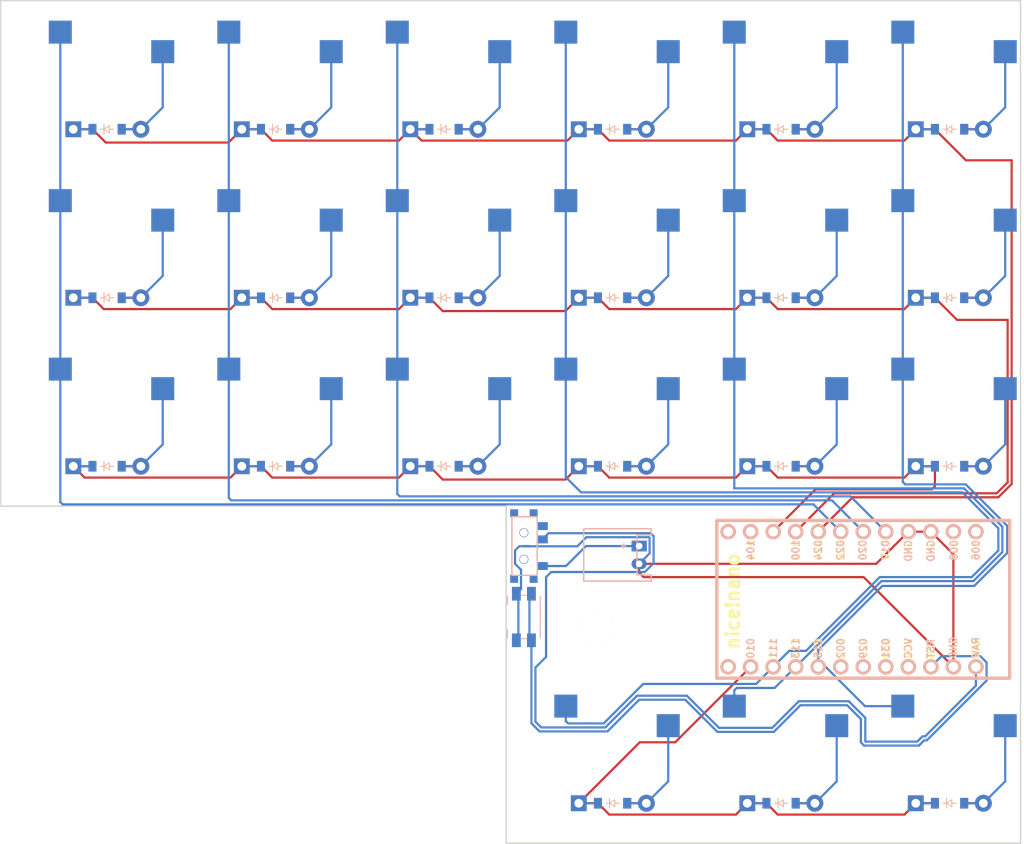
<source format=kicad_pcb>
(kicad_pcb (version 20241229) (generator "pcbnew") (generator_version "9.0")
  (title_block (title "left") (rev "v1.0.0") (company "Unknown"))
  (layers (0 "F.Cu" signal) (2 "B.Cu" signal) (13 "F.Paste" user) (15 "B.Paste" user) (5 "F.SilkS" user "F.Silkscreen") (7 "B.SilkS" user "B.Silkscreen") (1 "F.Mask" user) (3 "B.Mask" user) (25 "Edge.Cuts" user))
  (net 0 "")
  (net 1 "P022")
  (net 2 "outer_bottom")
  (net 3 "outer_home")
  (net 4 "outer_top")
  (net 5 "P020")
  (net 6 "pinky_bottom")
  (net 7 "pinky_home")
  (net 8 "pinky_top")
  (net 9 "P017")
  (net 10 "ring_bottom")
  (net 11 "ring_home")
  (net 12 "ring_top")
  (net 13 "P111")
  (net 14 "middle_thumb")
  (net 15 "middle_bottom")
  (net 16 "middle_home")
  (net 17 "middle_top")
  (net 18 "P113")
  (net 19 "index_thumb")
  (net 20 "index_bottom")
  (net 21 "index_home")
  (net 22 "index_top")
  (net 23 "P115")
  (net 24 "inner_thumb")
  (net 25 "inner_bottom")
  (net 26 "inner_home")
  (net 27 "inner_top")
  (net 28 "P011")
  (net 29 "P100")
  (net 30 "P024")
  (net 31 "P010")
  (net 32 "RAW")
  (net 33 "GND")
  (net 34 "RST")
  (net 35 "VCC")
  (net 36 "P031")
  (net 37 "P029")
  (net 38 "P002")
  (net 39 "P009")
  (net 40 "P006")
  (net 41 "P008")
  (net 42 "P104")
  (net 43 "P106")
  (net 44 "pos")
  (footprint "E73:SPDT_C128955" (layer "F.Cu") (at 149 126 90)
    (property "Reference" "T1" (hide yes))
    (property "Value" "" (hide yes))
  )
  (footprint "PG1350" (layer "F.Cu") (at 176 74)
    (property "Reference" "S17" (hide yes))
    (property "Value" "" (hide yes))
  )
  (footprint "ComboDiode" (layer "F.Cu") (at 102 117)
    (property "Reference" "D1" (hide yes))
    (property "Value" "" (hide yes))
  )
  (footprint "ComboDiode" (layer "F.Cu") (at 197 98)
    (property "Reference" "D20" (hide yes))
    (property "Value" "" (hide yes))
  )
  (footprint "PG1350" (layer "F.Cu") (at 119 74)
    (property "Reference" "S6" (hide yes))
    (property "Value" "" (hide yes))
  )
  (footprint "PG1350" (layer "F.Cu") (at 195 150)
    (property "Reference" "S18" (hide yes))
    (property "Value" "" (hide yes))
  )
  (footprint "PG1350" (layer "F.Cu") (at 100 112)
    (property "Reference" "S1" (hide yes))
    (property "Value" "" (hide yes))
  )
  (footprint "ComboDiode" (layer "F.Cu") (at 197 117)
    (property "Reference" "D19" (hide yes))
    (property "Value" "" (hide yes))
  )
  (footprint "PG1350" (layer "F.Cu") (at 176 93)
    (property "Reference" "S16" (hide yes))
    (property "Value" "" (hide yes))
  )
  (footprint "Panasonic_EVQPUL_EVQPUC" (layer "F.Cu") (at 149 134 90)
    (property "Reference" "B1" (hide yes))
    (property "Value" "Panasonic_EVQPUL_EVQPUC" (hide yes))
  )
  (footprint "PG1350" (layer "F.Cu") (at 157 93)
    (property "Reference" "S12" (hide yes))
    (property "Value" "" (hide yes))
  )
  (footprint "ComboDiode" (layer "F.Cu") (at 102 79)
    (property "Reference" "D3" (hide yes))
    (property "Value" "" (hide yes))
  )
  (footprint "HOLE_M2_TH" (layer "F.Cu") (at 157 135)
    (property "Reference" "")
    (property "Value" "")
  )
  (footprint "ComboDiode" (layer "F.Cu") (at 102 98)
    (property "Reference" "D2" (hide yes))
    (property "Value" "" (hide yes))
  )
  (footprint "ComboDiode" (layer "F.Cu") (at 140 79)
    (property "Reference" "D9" (hide yes))
    (property "Value" "" (hide yes))
  )
  (footprint "ComboDiode" (layer "F.Cu") (at 159 155)
    (property "Reference" "D10" (hide yes))
    (property "Value" "" (hide yes))
  )
  (footprint "ComboDiode" (layer "F.Cu") (at 140 117)
    (property "Reference" "D7" (hide yes))
    (property "Value" "" (hide yes))
  )
  (footprint "PG1350" (layer "F.Cu") (at 138 112)
    (property "Reference" "S7" (hide yes))
    (property "Value" "" (hide yes))
  )
  (footprint "ComboDiode" (layer "F.Cu") (at 121 117)
    (property "Reference" "D4" (hide yes))
    (property "Value" "" (hide yes))
  )
  (footprint "ComboDiode" (layer "F.Cu") (at 159 79)
    (property "Reference" "D13" (hide yes))
    (property "Value" "" (hide yes))
  )
  (footprint "ComboDiode" (layer "F.Cu") (at 178 98)
    (property "Reference" "D16" (hide yes))
    (property "Value" "" (hide yes))
  )
  (footprint "JST_PH_S2B-PH-K_02x2.00mm_Angled" (layer "F.Cu") (at 162 127 -90)
    (property "Reference" "JST1" (hide yes))
    (property "Value" "" (hide yes))
  )
  (footprint "ComboDiode" (layer "F.Cu") (at 197 79)
    (property "Reference" "D21" (hide yes))
    (property "Value" "" (hide yes))
  )
  (footprint "ComboDiode" (layer "F.Cu") (at 159 117)
    (property "Reference" "D11" (hide yes))
    (property "Value" "" (hide yes))
  )
  (footprint "ComboDiode" (layer "F.Cu") (at 140 98)
    (property "Reference" "D8" (hide yes))
    (property "Value" "" (hide yes))
  )
  (footprint "PG1350" (layer "F.Cu") (at 100 93)
    (property "Reference" "S2" (hide yes))
    (property "Value" "" (hide yes))
  )
  (footprint "PG1350" (layer "F.Cu") (at 176 112)
    (property "Reference" "S15" (hide yes))
    (property "Value" "" (hide yes))
  )
  (footprint "PG1350" (layer "F.Cu") (at 100 74)
    (property "Reference" "S3" (hide yes))
    (property "Value" "" (hide yes))
  )
  (footprint "ComboDiode" (layer "F.Cu") (at 197 155)
    (property "Reference" "D18" (hide yes))
    (property "Value" "" (hide yes))
  )
  (footprint "PG1350" (layer "F.Cu") (at 138 74)
    (property "Reference" "S9" (hide yes))
    (property "Value" "" (hide yes))
  )
  (footprint "ComboDiode" (layer "F.Cu") (at 178 79)
    (property "Reference" "D17" (hide yes))
    (property "Value" "" (hide yes))
  )
  (footprint "ComboDiode" (layer "F.Cu") (at 178 117)
    (property "Reference" "D15" (hide yes))
    (property "Value" "" (hide yes))
  )
  (footprint "ComboDiode" (layer "F.Cu") (at 121 98)
    (property "Reference" "D5" (hide yes))
    (property "Value" "" (hide yes))
  )
  (footprint "PG1350" (layer "F.Cu") (at 138 93)
    (property "Reference" "S8" (hide yes))
    (property "Value" "" (hide yes))
  )
  (footprint "PG1350" (layer "F.Cu") (at 157 150)
    (property "Reference" "S10" (hide yes))
    (property "Value" "" (hide yes))
  )
  (footprint "ComboDiode" (layer "F.Cu") (at 178 155)
    (property "Reference" "D14" (hide yes))
    (property "Value" "" (hide yes))
  )
  (footprint "PG1350" (layer "F.Cu") (at 119 112)
    (property "Reference" "S4" (hide yes))
    (property "Value" "" (hide yes))
  )
  (footprint "nice_nano" (layer "F.Cu") (at 186 132 180)
    (property "Reference" "MCU1" (hide yes))
    (property "Value" "nice_nano" (hide yes))
  )
  (footprint "PG1350" (layer "F.Cu") (at 157 74)
    (property "Reference" "S13" (hide yes))
    (property "Value" "" (hide yes))
  )
  (footprint "ComboDiode" (layer "F.Cu") (at 121 79)
    (property "Reference" "D6" (hide yes))
    (property "Value" "" (hide yes))
  )
  (footprint "PG1350" (layer "F.Cu") (at 195 74)
    (property "Reference" "S21" (hide yes))
    (property "Value" "" (hide yes))
  )
  (footprint "PG1350" (layer "F.Cu") (at 195 93)
    (property "Reference" "S20" (hide yes))
    (property "Value" "" (hide yes))
  )
  (footprint "ComboDiode" (layer "F.Cu") (at 159 98)
    (property "Reference" "D12" (hide yes))
    (property "Value" "" (hide yes))
  )
  (footprint "PG1350" (layer "F.Cu") (at 176 150)
    (property "Reference" "S14" (hide yes))
    (property "Value" "" (hide yes))
  )
  (footprint "PG1350" (layer "F.Cu") (at 157 112)
    (property "Reference" "S11" (hide yes))
    (property "Value" "" (hide yes))
  )
  (footprint "PG1350" (layer "F.Cu") (at 195 112)
    (property "Reference" "S19" (hide yes))
    (property "Value" "" (hide yes))
  )
  (footprint "PG1350" (layer "F.Cu") (at 119 93)
    (property "Reference" "S5" (hide yes))
    (property "Value" "" (hide yes))
  )
  (gr_line (start 147 159.5) (end 205 159.5) (stroke (width 0.15)) (layer "Edge.Cuts"))
  (gr_line (start 205 159.5) (end 205 64.5) (stroke (width 0.15)) (layer "Edge.Cuts"))
  (gr_line (start 147 121.5) (end 147 159.5) (stroke (width 0.15)) (layer "Edge.Cuts"))
  (gr_line (start 90 64.5) (end 205 64.5) (stroke (width 0.15)) (layer "Edge.Cuts"))
  (gr_line (start 90 121.5) (end 147 121.5) (stroke (width 0.15)) (layer "Edge.Cuts"))
  (gr_line (start 90 64.5) (end 90 121.5) (stroke (width 0.15)) (layer "Edge.Cuts"))
  (segment (start 181.649 121.299) (end 184.73 124.38) (width 0.25) (layer "B.Cu") (net 1))
  (segment (start 96.725 68.05) (end 96.725 87.05) (width 0.25) (layer "B.Cu") (net 1))
  (segment (start 96.725 121.024) (end 97 121.299) (width 0.25) (layer "B.Cu") (net 1))
  (segment (start 97 121.299) (end 181.649 121.299) (width 0.25) (layer "B.Cu") (net 1))
  (segment (start 96.725 106.05) (end 96.725 121.024) (width 0.25) (layer "B.Cu") (net 1))
  (segment (start 96.725 87.05) (end 96.725 106.05) (width 0.25) (layer "B.Cu") (net 1))
  (segment (start 105.81 117) (end 103.65 117) (width 0.25) (layer "F.Cu") (net 2))
  (segment (start 108.275 108.25) (end 108.275 114.535) (width 0.25) (layer "B.Cu") (net 2))
  (segment (start 108.275 114.535) (end 105.81 117) (width 0.25) (layer "B.Cu") (net 2))
  (segment (start 105.81 117) (end 103.65 117) (width 0.25) (layer "B.Cu") (net 2))
  (segment (start 105.81 98) (end 103.65 98) (width 0.25) (layer "F.Cu") (net 3))
  (segment (start 105.81 98) (end 103.65 98) (width 0.25) (layer "B.Cu") (net 3))
  (segment (start 108.275 95.535) (end 105.81 98) (width 0.25) (layer "B.Cu") (net 3))
  (segment (start 108.275 89.25) (end 108.275 95.535) (width 0.25) (layer "B.Cu") (net 3))
  (segment (start 105.81 79) (end 103.65 79) (width 0.25) (layer "F.Cu") (net 4))
  (segment (start 108.275 76.535) (end 105.81 79) (width 0.25) (layer "B.Cu") (net 4))
  (segment (start 105.81 79) (end 103.65 79) (width 0.25) (layer "B.Cu") (net 4))
  (segment (start 108.275 70.25) (end 108.275 76.535) (width 0.25) (layer "B.Cu") (net 4))
  (segment (start 115.725 120.573) (end 116 120.848) (width 0.25) (layer "B.Cu") (net 5))
  (segment (start 115.725 87.05) (end 115.725 106.05) (width 0.25) (layer "B.Cu") (net 5))
  (segment (start 115.725 68.05) (end 115.725 87.05) (width 0.25) (layer "B.Cu") (net 5))
  (segment (start 116 120.848) (end 183.738 120.848) (width 0.25) (layer "B.Cu") (net 5))
  (segment (start 115.725 106.05) (end 115.725 120.573) (width 0.25) (layer "B.Cu") (net 5))
  (segment (start 183.738 120.848) (end 187.27 124.38) (width 0.25) (layer "B.Cu") (net 5))
  (segment (start 122.65 117) (end 124.81 117) (width 0.25) (layer "F.Cu") (net 6))
  (segment (start 124.81 117) (end 122.65 117) (width 0.25) (layer "B.Cu") (net 6))
  (segment (start 127.275 114.535) (end 124.81 117) (width 0.25) (layer "B.Cu") (net 6))
  (segment (start 127.275 108.25) (end 127.275 114.535) (width 0.25) (layer "B.Cu") (net 6))
  (segment (start 124.81 98) (end 122.65 98) (width 0.25) (layer "F.Cu") (net 7))
  (segment (start 127.275 89.25) (end 127.275 95.535) (width 0.25) (layer "B.Cu") (net 7))
  (segment (start 127.275 95.535) (end 124.81 98) (width 0.25) (layer "B.Cu") (net 7))
  (segment (start 124.81 98) (end 122.65 98) (width 0.25) (layer "B.Cu") (net 7))
  (segment (start 124.81 79) (end 122.65 79) (width 0.25) (layer "F.Cu") (net 8))
  (segment (start 127.275 70.25) (end 127.275 76.535) (width 0.25) (layer "B.Cu") (net 8))
  (segment (start 127.275 76.535) (end 124.81 79) (width 0.25) (layer "B.Cu") (net 8))
  (segment (start 124.81 79) (end 122.65 79) (width 0.25) (layer "B.Cu") (net 8))
  (segment (start 134.725 87.05) (end 134.725 106.05) (width 0.25) (layer "B.Cu") (net 9))
  (segment (start 185.827 120.397) (end 189.81 124.38) (width 0.25) (layer "B.Cu") (net 9))
  (segment (start 134.725 68.05) (end 134.725 87.05) (width 0.25) (layer "B.Cu") (net 9))
  (segment (start 134.725 106.05) (end 134.725 120.122) (width 0.25) (layer "B.Cu") (net 9))
  (segment (start 135 120.397) (end 185.827 120.397) (width 0.25) (layer "B.Cu") (net 9))
  (segment (start 134.725 120.122) (end 135 120.397) (width 0.25) (layer "B.Cu") (net 9))
  (segment (start 141.65 117) (end 143.81 117) (width 0.25) (layer "F.Cu") (net 10))
  (segment (start 143.81 117) (end 141.65 117) (width 0.25) (layer "B.Cu") (net 10))
  (segment (start 146.275 114.535) (end 143.81 117) (width 0.25) (layer "B.Cu") (net 10))
  (segment (start 146.275 108.25) (end 146.275 114.535) (width 0.25) (layer "B.Cu") (net 10))
  (segment (start 143.81 98) (end 141.65 98) (width 0.25) (layer "F.Cu") (net 11))
  (segment (start 146.275 89.25) (end 146.275 95.535) (width 0.25) (layer "B.Cu") (net 11))
  (segment (start 146.275 95.535) (end 143.81 98) (width 0.25) (layer "B.Cu") (net 11))
  (segment (start 143.81 98) (end 141.65 98) (width 0.25) (layer "B.Cu") (net 11))
  (segment (start 143.81 79) (end 141.65 79) (width 0.25) (layer "F.Cu") (net 12))
  (segment (start 146.275 76.535) (end 143.81 79) (width 0.25) (layer "B.Cu") (net 12))
  (segment (start 146.275 70.25) (end 146.275 76.535) (width 0.25) (layer "B.Cu") (net 12))
  (segment (start 143.81 79) (end 141.65 79) (width 0.25) (layer "B.Cu") (net 12))
  (segment (start 153.725 118.225) (end 155.446 119.946) (width 0.25) (layer "B.Cu") (net 13))
  (segment (start 153.725 145.774) (end 153.774 145.774) (width 0.25) (layer "B.Cu") (net 13))
  (segment (start 153.725 144.05) (end 153.725 145.774) (width 0.25) (layer "B.Cu") (net 13))
  (segment (start 153.725 106.05) (end 153.725 118.225) (width 0.25) (layer "B.Cu") (net 13))
  (segment (start 198.446 119.946) (end 202.5 124) (width 0.25) (layer "B.Cu") (net 13))
  (segment (start 153.725 68.05) (end 153.725 87.05) (width 0.25) (layer "B.Cu") (net 13))
  (segment (start 180.816095 137.816095) (end 178.913905 137.816095) (width 0.25) (layer "B.Cu") (net 13))
  (segment (start 202.5 126.5) (end 199.5 129.5) (width 0.25) (layer "B.Cu") (net 13))
  (segment (start 199.5 129.5) (end 189.13219 129.5) (width 0.25) (layer "B.Cu") (net 13))
  (segment (start 189.13219 129.5) (end 180.816095 137.816095) (width 0.25) (layer "B.Cu") (net 13))
  (segment (start 155.446 119.946) (end 198.446 119.946) (width 0.25) (layer "B.Cu") (net 13))
  (segment (start 153.725 87.05) (end 153.725 106.05) (width 0.25) (layer "B.Cu") (net 13))
  (segment (start 162.451 141.549) (end 175.181 141.549) (width 0.25) (layer "B.Cu") (net 13))
  (segment (start 158 146) (end 162.451 141.549) (width 0.25) (layer "B.Cu") (net 13))
  (segment (start 175.181 141.549) (end 177.11 139.62) (width 0.25) (layer "B.Cu") (net 13))
  (segment (start 202.5 124) (end 202.5 126.5) (width 0.25) (layer "B.Cu") (net 13))
  (segment (start 153.774 145.774) (end 154 146) (width 0.25) (layer "B.Cu") (net 13))
  (segment (start 178.913905 137.816095) (end 177.11 139.62) (width 0.25) (layer "B.Cu") (net 13))
  (segment (start 154 146) (end 158 146) (width 0.25) (layer "B.Cu") (net 13))
  (segment (start 160.65 155) (end 162.81 155) (width 0.25) (layer "F.Cu") (net 14))
  (segment (start 165.275 152.535) (end 165.275 146.25) (width 0.25) (layer "B.Cu") (net 14))
  (segment (start 162.81 155) (end 165.275 152.535) (width 0.25) (layer "B.Cu") (net 14))
  (segment (start 160.65 155) (end 162.81 155) (width 0.25) (layer "B.Cu") (net 14))
  (segment (start 160.65 117) (end 162.81 117) (width 0.25) (layer "F.Cu") (net 15))
  (segment (start 162.81 117) (end 160.65 117) (width 0.25) (layer "B.Cu") (net 15))
  (segment (start 165.275 108.25) (end 165.275 114.535) (width 0.25) (layer "B.Cu") (net 15))
  (segment (start 165.275 114.535) (end 162.81 117) (width 0.25) (layer "B.Cu") (net 15))
  (segment (start 162.81 98) (end 160.65 98) (width 0.25) (layer "F.Cu") (net 16))
  (segment (start 165.275 89.25) (end 165.275 95.535) (width 0.25) (layer "B.Cu") (net 16))
  (segment (start 165.275 95.535) (end 162.81 98) (width 0.25) (layer "B.Cu") (net 16))
  (segment (start 162.81 98) (end 160.65 98) (width 0.25) (layer "B.Cu") (net 16))
  (segment (start 162.81 79) (end 160.65 79) (width 0.25) (layer "F.Cu") (net 17))
  (segment (start 162.81 79) (end 160.65 79) (width 0.25) (layer "B.Cu") (net 17))
  (segment (start 165.275 76.535) (end 162.81 79) (width 0.25) (layer "B.Cu") (net 17))
  (segment (start 165.275 70.25) (end 165.275 76.535) (width 0.25) (layer "B.Cu") (net 17))
  (segment (start 177.27 142) (end 179.65 139.62) (width 0.25) (layer "B.Cu") (net 18))
  (segment (start 172.725 106.05) (end 172.725 119.495) (width 0.25) (layer "B.Cu") (net 18))
  (segment (start 198.63281 119.495) (end 202.951 123.81319) (width 0.25) (layer "B.Cu") (net 18))
  (segment (start 172.725 87.05) (end 172.725 106.05) (width 0.25) (layer "B.Cu") (net 18))
  (segment (start 172.725 119.495) (end 198.63281 119.495) (width 0.25) (layer "B.Cu") (net 18))
  (segment (start 172.725 144.05) (end 172.725 142.275) (width 0.25) (layer "B.Cu") (net 18))
  (segment (start 172.725 68.05) (end 172.725 87.05) (width 0.25) (layer "B.Cu") (net 18))
  (segment (start 199.68681 129.951) (end 189.319 129.951) (width 0.25) (layer "B.Cu") (net 18))
  (segment (start 202.951 123.81319) (end 202.951 126.68681) (width 0.25) (layer "B.Cu") (net 18))
  (segment (start 173 142) (end 177.27 142) (width 0.25) (layer "B.Cu") (net 18))
  (segment (start 172.725 142.275) (end 173 142) (width 0.25) (layer "B.Cu") (net 18))
  (segment (start 173.346935 144.05) (end 172.725 144.05) (width 0.25) (layer "B.Cu") (net 18))
  (segment (start 202.951 126.68681) (end 199.68681 129.951) (width 0.25) (layer "B.Cu") (net 18))
  (segment (start 189.319 129.951) (end 179.65 139.62) (width 0.25) (layer "B.Cu") (net 18))
  (segment (start 179.65 155) (end 181.81 155) (width 0.25) (layer "F.Cu") (net 19))
  (segment (start 179.65 155) (end 181.81 155) (width 0.25) (layer "B.Cu") (net 19))
  (segment (start 181.81 155) (end 184.275 152.535) (width 0.25) (layer "B.Cu") (net 19))
  (segment (start 184.275 152.535) (end 184.275 146.25) (width 0.25) (layer "B.Cu") (net 19))
  (segment (start 179.65 117) (end 181.81 117) (width 0.25) (layer "F.Cu") (net 20))
  (segment (start 181.81 117) (end 179.65 117) (width 0.25) (layer "B.Cu") (net 20))
  (segment (start 184.275 108.25) (end 184.275 114.535) (width 0.25) (layer "B.Cu") (net 20))
  (segment (start 184.275 114.535) (end 181.81 117) (width 0.25) (layer "B.Cu") (net 20))
  (segment (start 181.81 98) (end 179.65 98) (width 0.25) (layer "F.Cu") (net 21))
  (segment (start 184.275 89.25) (end 184.275 95.535) (width 0.25) (layer "B.Cu") (net 21))
  (segment (start 181.81 98) (end 179.65 98) (width 0.25) (layer "B.Cu") (net 21))
  (segment (start 184.275 95.535) (end 181.81 98) (width 0.25) (layer "B.Cu") (net 21))
  (segment (start 181.81 79) (end 179.65 79) (width 0.25) (layer "F.Cu") (net 22))
  (segment (start 184.275 70.25) (end 184.275 76.535) (width 0.25) (layer "B.Cu") (net 22))
  (segment (start 184.275 76.535) (end 181.81 79) (width 0.25) (layer "B.Cu") (net 22))
  (segment (start 181.81 79) (end 179.65 79) (width 0.25) (layer "B.Cu") (net 22))
  (segment (start 199.77562 130.5) (end 189.40781 130.5) (width 0.25) (layer "B.Cu") (net 23))
  (segment (start 189.40781 130.5) (end 182.19 137.71781) (width 0.25) (layer "B.Cu") (net 23))
  (segment (start 191.725 87.05) (end 191.725 106.05) (width 0.25) (layer "B.Cu") (net 23))
  (segment (start 191.725 106.05) (end 191.725 118.769) (width 0.25) (layer "B.Cu") (net 23))
  (segment (start 187.459691 144.05) (end 183.029691 139.62) (width 0.25) (layer "B.Cu") (net 23))
  (segment (start 203.5 126.77562) (end 199.77562 130.5) (width 0.25) (layer "B.Cu") (net 23))
  (segment (start 198.81962 119.044) (end 203.5 123.72438) (width 0.25) (layer "B.Cu") (net 23))
  (segment (start 192 119.044) (end 198.81962 119.044) (width 0.25) (layer "B.Cu") (net 23))
  (segment (start 191.725 118.769) (end 192 119.044) (width 0.25) (layer "B.Cu") (net 23))
  (segment (start 182.19 137.71781) (end 182.19 139.62) (width 0.25) (layer "B.Cu") (net 23))
  (segment (start 203.5 123.72438) (end 203.5 126.77562) (width 0.25) (layer "B.Cu") (net 23))
  (segment (start 191.725 144.05) (end 187.459691 144.05) (width 0.25) (layer "B.Cu") (net 23))
  (segment (start 191.725 68.05) (end 191.725 87.05) (width 0.25) (layer "B.Cu") (net 23))
  (segment (start 183.029691 139.62) (end 182.19 139.62) (width 0.25) (layer "B.Cu") (net 23))
  (segment (start 198.65 155) (end 200.81 155) (width 0.25) (layer "F.Cu") (net 24))
  (segment (start 203.275 152.535) (end 200.81 155) (width 0.25) (layer "B.Cu") (net 24))
  (segment (start 200.81 155) (end 198.65 155) (width 0.25) (layer "B.Cu") (net 24))
  (segment (start 203.275 146.25) (end 203.275 152.535) (width 0.25) (layer "B.Cu") (net 24))
  (segment (start 198.65 117) (end 200.81 117) (width 0.25) (layer "F.Cu") (net 25))
  (segment (start 203.275 108.25) (end 203.275 114.535) (width 0.25) (layer "B.Cu") (net 25))
  (segment (start 203.275 114.535) (end 200.81 117) (width 0.25) (layer "B.Cu") (net 25))
  (segment (start 200.81 117) (end 198.65 117) (width 0.25) (layer "B.Cu") (net 25))
  (segment (start 200.81 98) (end 198.65 98) (width 0.25) (layer "F.Cu") (net 26))
  (segment (start 203.275 89.25) (end 203.275 95.535) (width 0.25) (layer "B.Cu") (net 26))
  (segment (start 200.81 98) (end 198.65 98) (width 0.25) (layer "B.Cu") (net 26))
  (segment (start 203.275 95.535) (end 200.81 98) (width 0.25) (layer "B.Cu") (net 26))
  (segment (start 198.65 79) (end 200.81 79) (width 0.25) (layer "F.Cu") (net 27))
  (segment (start 203.275 70.25) (end 203.275 76.535) (width 0.25) (layer "B.Cu") (net 27))
  (segment (start 203.275 76.535) (end 200.81 79) (width 0.25) (layer "B.Cu") (net 27))
  (segment (start 200.81 79) (end 198.65 79) (width 0.25) (layer "B.Cu") (net 27))
  (segment (start 99.4685 118.2785) (end 115.9115 118.2785) (width 0.25) (layer "F.Cu") (net 28))
  (segment (start 139.85 118.5) (end 153.69 118.5) (width 0.25) (layer "F.Cu") (net 28))
  (segment (start 177.6285 118.2785) (end 191.9115 118.2785) (width 0.25) (layer "F.Cu") (net 28))
  (segment (start 120.6285 118.2785) (end 134.9115 118.2785) (width 0.25) (layer "F.Cu") (net 28))
  (segment (start 158.6285 118.2785) (end 172.9115 118.2785) (width 0.25) (layer "F.Cu") (net 28))
  (segment (start 136.19 117) (end 138.35 117) (width 0.25) (layer "F.Cu") (net 28))
  (segment (start 195.35 119.248) (end 195 119.598) (width 0.25) (layer "F.Cu") (net 28))
  (segment (start 193.19 117) (end 195.35 117) (width 0.25) (layer "F.Cu") (net 28))
  (segment (start 195 119.598) (end 181.892 119.598) (width 0.25) (layer "F.Cu") (net 28))
  (segment (start 100.35 117) (end 98.19 117) (width 0.25) (layer "F.Cu") (net 28))
  (segment (start 153.69 118.5) (end 155.19 117) (width 0.25) (layer "F.Cu") (net 28))
  (segment (start 115.9115 118.2785) (end 117.19 117) (width 0.25) (layer "F.Cu") (net 28))
  (segment (start 172.9115 118.2785) (end 174.19 117) (width 0.25) (layer "F.Cu") (net 28))
  (segment (start 157.35 117) (end 158.6285 118.2785) (width 0.25) (layer "F.Cu") (net 28))
  (segment (start 98.19 117) (end 99.4685 118.2785) (width 0.25) (layer "F.Cu") (net 28))
  (segment (start 191.9115 118.2785) (end 193.19 117) (width 0.25) (layer "F.Cu") (net 28))
  (segment (start 195.35 117) (end 195.35 119.248) (width 0.25) (layer "F.Cu") (net 28))
  (segment (start 181.892 119.598) (end 177.11 124.38) (width 0.25) (layer "F.Cu") (net 28))
  (segment (start 174.19 117) (end 176.35 117) (width 0.25) (layer "F.Cu") (net 28))
  (segment (start 119.35 117) (end 120.6285 118.2785) (width 0.25) (layer "F.Cu") (net 28))
  (segment (start 155.19 117) (end 157.35 117) (width 0.25) (layer "F.Cu") (net 28))
  (segment (start 138.35 117) (end 139.85 118.5) (width 0.25) (layer "F.Cu") (net 28))
  (segment (start 176.35 117) (end 177.6285 118.2785) (width 0.25) (layer "F.Cu") (net 28))
  (segment (start 117.19 117) (end 119.35 117) (width 0.25) (layer "F.Cu") (net 28))
  (segment (start 134.9115 118.2785) (end 136.19 117) (width 0.25) (layer "F.Cu") (net 28))
  (segment (start 195.35 117) (end 193.19 117) (width 0.25) (layer "B.Cu") (net 28))
  (segment (start 157.35 117) (end 155.19 117) (width 0.25) (layer "B.Cu") (net 28))
  (segment (start 119.35 117) (end 117.19 117) (width 0.25) (layer "B.Cu") (net 28))
  (segment (start 138.35 117) (end 136.19 117) (width 0.25) (layer "B.Cu") (net 28))
  (segment (start 176.35 117) (end 174.19 117) (width 0.25) (layer "B.Cu") (net 28))
  (segment (start 100.35 117) (end 98.19 117) (width 0.25) (layer "B.Cu") (net 28))
  (segment (start 101.6285 99.2785) (end 100.35 98) (width 0.25) (layer "F.Cu") (net 29))
  (segment (start 177.6285 99.2785) (end 176.35 98) (width 0.25) (layer "F.Cu") (net 29))
  (segment (start 115.9115 99.2785) (end 101.6285 99.2785) (width 0.25) (layer "F.Cu") (net 29))
  (segment (start 138.35 98) (end 136.19 98) (width 0.25) (layer "F.Cu") (net 29))
  (segment (start 191.9115 99.2785) (end 177.6285 99.2785) (width 0.25) (layer "F.Cu") (net 29))
  (segment (start 155.19 98) (end 153.69 99.5) (width 0.25) (layer "F.Cu") (net 29))
  (segment (start 139.85 99.5) (end 138.35 98) (width 0.25) (layer "F.Cu") (net 29))
  (segment (start 100.35 98) (end 98.19 98) (width 0.25) (layer "F.Cu") (net 29))
  (segment (start 195.35 98) (end 197.85 100.5) (width 0.25) (layer "F.Cu") (net 29))
  (segment (start 197.85 100.5) (end 203.549 100.5) (width 0.25) (layer "F.Cu") (net 29))
  (segment (start 153.69 99.5) (end 139.85 99.5) (width 0.25) (layer "F.Cu") (net 29))
  (segment (start 203.549 100.5) (end 203.549 118.81319) (width 0.25) (layer "F.Cu") (net 29))
  (segment (start 203.549 118.81319) (end 202.31319 120.049) (width 0.25) (layer "F.Cu") (net 29))
  (segment (start 136.19 98) (end 134.9115 99.2785) (width 0.25) (layer "F.Cu") (net 29))
  (segment (start 157.35 98) (end 158.6285 99.2785) (width 0.25) (layer "F.Cu") (net 29))
  (segment (start 172.9115 99.2785) (end 174.19 98) (width 0.25) (layer "F.Cu") (net 29))
  (segment (start 176.35 98) (end 174.19 98) (width 0.25) (layer "F.Cu") (net 29))
  (segment (start 193.19 98) (end 191.9115 99.2785) (width 0.25) (layer "F.Cu") (net 29))
  (segment (start 195.35 98) (end 193.19 98) (width 0.25) (layer "F.Cu") (net 29))
  (segment (start 202.31319 120.049) (end 183.981 120.049) (width 0.25) (layer "F.Cu") (net 29))
  (segment (start 117.19 98) (end 115.9115 99.2785) (width 0.25) (layer "F.Cu") (net 29))
  (segment (start 134.9115 99.2785) (end 120.6285 99.2785) (width 0.25) (layer "F.Cu") (net 29))
  (segment (start 119.35 98) (end 117.19 98) (width 0.25) (layer "F.Cu") (net 29))
  (segment (start 158.6285 99.2785) (end 172.9115 99.2785) (width 0.25) (layer "F.Cu") (net 29))
  (segment (start 183.981 120.049) (end 179.65 124.38) (width 0.25) (layer "F.Cu") (net 29))
  (segment (start 120.6285 99.2785) (end 119.35 98) (width 0.25) (layer "F.Cu") (net 29))
  (segment (start 157.35 98) (end 155.19 98) (width 0.25) (layer "F.Cu") (net 29))
  (segment (start 138.35 98) (end 136.19 98) (width 0.25) (layer "B.Cu") (net 29))
  (segment (start 119.35 98) (end 117.19 98) (width 0.25) (layer "B.Cu") (net 29))
  (segment (start 176.35 98) (end 174.19 98) (width 0.25) (layer "B.Cu") (net 29))
  (segment (start 100.35 98) (end 98.19 98) (width 0.25) (layer "B.Cu") (net 29))
  (segment (start 195.35 98) (end 193.19 98) (width 0.25) (layer "B.Cu") (net 29))
  (segment (start 157.35 98) (end 155.19 98) (width 0.25) (layer "B.Cu") (net 29))
  (segment (start 204 82.5) (end 204 119) (width 0.25) (layer "F.Cu") (net 30))
  (segment (start 153.9115 80.2785) (end 155.19 79) (width 0.25) (layer "F.Cu") (net 30))
  (segment (start 195.35 79) (end 198.85 82.5) (width 0.25) (layer "F.Cu") (net 30))
  (segment (start 174.19 79) (end 172.9115 80.2785) (width 0.25) (layer "F.Cu") (net 30))
  (segment (start 177.6285 80.2785) (end 176.35 79) (width 0.25) (layer "F.Cu") (net 30))
  (segment (start 186.07 120.5) (end 182.19 124.38) (width 0.25) (layer "F.Cu") (net 30))
  (segment (start 100.35 79) (end 101.85 80.5) (width 0.25) (layer "F.Cu") (net 30))
  (segment (start 157.35 79) (end 155.19 79) (width 0.25) (layer "F.Cu") (net 30))
  (segment (start 120.6285 80.2785) (end 119.35 79) (width 0.25) (layer "F.Cu") (net 30))
  (segment (start 198.85 82.5) (end 204 82.5) (width 0.25) (layer "F.Cu") (net 30))
  (segment (start 202.5 120.5) (end 186.07 120.5) (width 0.25) (layer "F.Cu") (net 30))
  (segment (start 191.9115 80.2785) (end 177.6285 80.2785) (width 0.25) (layer "F.Cu") (net 30))
  (segment (start 158.6285 80.2785) (end 157.35 79) (width 0.25) (layer "F.Cu") (net 30))
  (segment (start 134.9115 80.2785) (end 120.6285 80.2785) (width 0.25) (layer "F.Cu") (net 30))
  (segment (start 136.19 79) (end 134.9115 80.2785) (width 0.25) (layer "F.Cu") (net 30))
  (segment (start 136.19 79) (end 137.4685 80.2785) (width 0.25) (layer "F.Cu") (net 30))
  (segment (start 138.35 79) (end 136.19 79) (width 0.25) (layer "F.Cu") (net 30))
  (segment (start 204 119) (end 202.5 120.5) (width 0.25) (layer "F.Cu") (net 30))
  (segment (start 195.35 79) (end 193.19 79) (width 0.25) (layer "F.Cu") (net 30))
  (segment (start 176.35 79) (end 174.19 79) (width 0.25) (layer "F.Cu") (net 30))
  (segment (start 115.69 80.5) (end 117.19 79) (width 0.25) (layer "F.Cu") (net 30))
  (segment (start 119.35 79) (end 117.19 79) (width 0.25) (layer "F.Cu") (net 30))
  (segment (start 193.19 79) (end 191.9115 80.2785) (width 0.25) (layer "F.Cu") (net 30))
  (segment (start 100.35 79) (end 98.19 79) (width 0.25) (layer "F.Cu") (net 30))
  (segment (start 172.9115 80.2785) (end 158.6285 80.2785) (width 0.25) (layer "F.Cu") (net 30))
  (segment (start 137.4685 80.2785) (end 153.9115 80.2785) (width 0.25) (layer "F.Cu") (net 30))
  (segment (start 101.85 80.5) (end 115.69 80.5) (width 0.25) (layer "F.Cu") (net 30))
  (segment (start 119.35 79) (end 117.19 79) (width 0.25) (layer "B.Cu") (net 30))
  (segment (start 138.35 79) (end 136.19 79) (width 0.25) (layer "B.Cu") (net 30))
  (segment (start 195.35 79) (end 193.19 79) (width 0.25) (layer "B.Cu") (net 30))
  (segment (start 100.35 79) (end 98.19 79) (width 0.25) (layer "B.Cu") (net 30))
  (segment (start 176.35 79) (end 174.19 79) (width 0.25) (layer "B.Cu") (net 30))
  (segment (start 157.35 79) (end 155.19 79) (width 0.25) (layer "B.Cu") (net 30))
  (segment (start 158.6285 156.2785) (end 157.35 155) (width 0.25) (layer "F.Cu") (net 31))
  (segment (start 166.064 148.126) (end 174.57 139.62) (width 0.25) (layer "F.Cu") (net 31))
  (segment (start 162.064 148.126) (end 166.064 148.126) (width 0.25) (layer "F.Cu") (net 31))
  (segment (start 193.19 155) (end 191.9115 156.2785) (width 0.25) (layer "F.Cu") (net 31))
  (segment (start 157.35 155) (end 155.19 155) (width 0.25) (layer "F.Cu") (net 31))
  (segment (start 176.35 155) (end 174.19 155) (width 0.25) (layer "F.Cu") (net 31))
  (segment (start 177.6285 156.2785) (end 176.35 155) (width 0.25) (layer "F.Cu") (net 31))
  (segment (start 195.35 155) (end 193.19 155) (width 0.25) (layer "F.Cu") (net 31))
  (segment (start 155.19 155) (end 162.064 148.126) (width 0.25) (layer "F.Cu") (net 31))
  (segment (start 174.19 155) (end 172.9115 156.2785) (width 0.25) (layer "F.Cu") (net 31))
  (segment (start 172.9115 156.2785) (end 158.6285 156.2785) (width 0.25) (layer "F.Cu") (net 31))
  (segment (start 191.9115 156.2785) (end 177.6285 156.2785) (width 0.25) (layer "F.Cu") (net 31))
  (segment (start 195.35 155) (end 193.19 155) (width 0.25) (layer "B.Cu") (net 31))
  (segment (start 157.35 155) (end 155.19 155) (width 0.25) (layer "B.Cu") (net 31))
  (segment (start 176.35 155) (end 174.19 155) (width 0.25) (layer "B.Cu") (net 31))
  (segment (start 150.301 139.699) (end 150.301 145.801) (width 0.25) (layer "B.Cu") (net 32))
  (segment (start 158.18681 146.451) (end 161.76281 142.875) (width 0.25) (layer "B.Cu") (net 32))
  (segment (start 151.776 124.549) (end 163.28881 124.549) (width 0.25) (layer "B.Cu") (net 32))
  (segment (start 163.627 127.932562) (end 162.633562 128.926) (width 0.25) (layer "B.Cu") (net 32))
  (segment (start 167.375 142.875) (end 171 146.5) (width 0.25) (layer "B.Cu") (net 32))
  (segment (start 150.951 146.451) (end 158.18681 146.451) (width 0.25) (layer "B.Cu") (net 32))
  (segment (start 163.627 124.88719) (end 163.627 127.932562) (width 0.25) (layer "B.Cu") (net 32))
  (segment (start 193.947277 147.4585) (end 194.244565 147.4585) (width 0.25) (layer "B.Cu") (net 32))
  (segment (start 187.5 148) (end 187.549 148.049) (width 0.25) (layer "B.Cu") (net 32))
  (segment (start 177 146.5) (end 180 143.5) (width 0.25) (layer "B.Cu") (net 32))
  (segment (start 187.5 145.36219) (end 187.5 148) (width 0.25) (layer "B.Cu") (net 32))
  (segment (start 199.97 141.733065) (end 199.97 139.62) (width 0.25) (layer "B.Cu") (net 32))
  (segment (start 194.244565 147.4585) (end 199.97 141.733065) (width 0.25) (layer "B.Cu") (net 32))
  (segment (start 171 146.5) (end 177 146.5) (width 0.25) (layer "B.Cu") (net 32))
  (segment (start 185.63781 143.5) (end 187.5 145.36219) (width 0.25) (layer "B.Cu") (net 32))
  (segment (start 150.301 145.801) (end 150.951 146.451) (width 0.25) (layer "B.Cu") (net 32))
  (segment (start 180 143.5) (end 185.63781 143.5) (width 0.25) (layer "B.Cu") (net 32))
  (segment (start 152.074 128.926) (end 151.5 129.5) (width 0.25) (layer "B.Cu") (net 32))
  (segment (start 161.76281 142.875) (end 167.375 142.875) (width 0.25) (layer "B.Cu") (net 32))
  (segment (start 163.28881 124.549) (end 163.627 124.88719) (width 0.25) (layer "B.Cu") (net 32))
  (segment (start 151.5 138.5) (end 150.301 139.699) (width 0.25) (layer "B.Cu") (net 32))
  (segment (start 193.356777 148.049) (end 193.947277 147.4585) (width 0.25) (layer "B.Cu") (net 32))
  (segment (start 162.633562 128.926) (end 152.074 128.926) (width 0.25) (layer "B.Cu") (net 32))
  (segment (start 187.549 148.049) (end 193.356777 148.049) (width 0.25) (layer "B.Cu") (net 32))
  (segment (start 151.5 129.5) (end 151.5 138.5) (width 0.25) (layer "B.Cu") (net 32))
  (segment (start 151.075 125.25) (end 151.776 124.549) (width 0.25) (layer "B.Cu") (net 32))
  (segment (start 192.35 124.38) (end 188.73 128) (width 0.25) (layer "F.Cu") (net 33))
  (segment (start 194.89 124.38) (end 192.35 124.38) (width 0.25) (layer "F.Cu") (net 33))
  (segment (start 197.43 126.92) (end 194.89 124.38) (width 0.25) (layer "F.Cu") (net 33))
  (segment (start 162.5 129.5) (end 187.31 129.5) (width 0.25) (layer "F.Cu") (net 33))
  (segment (start 162 129) (end 162.5 129.5) (width 0.25) (layer "F.Cu") (net 33))
  (segment (start 187.31 129.5) (end 197.43 139.62) (width 0.25) (layer "F.Cu") (net 33))
  (segment (start 197.43 139.62) (end 197.43 126.92) (width 0.25) (layer "F.Cu") (net 33))
  (segment (start 188.73 128) (end 162 128) (width 0.25) (layer "F.Cu") (net 33))
  (segment (start 162 128) (end 162 129) (width 0.25) (layer "F.Cu") (net 33))
  (segment (start 163.176 125.074) (end 163.102 125) (width 0.25) (layer "B.Cu") (net 33))
  (segment (start 148.676 128.676) (end 148.676 130.849) (width 0.25) (layer "B.Cu") (net 33))
  (segment (start 148.15 136.625) (end 148.15 136.852) (width 0.25) (layer "B.Cu") (net 33))
  (segment (start 148.676 130.849) (end 148.15 131.375) (width 0.25) (layer "B.Cu") (net 33))
  (segment (start 149.526 126.026) (end 149.5 126) (width 0.25) (layer "B.Cu") (net 33))
  (segment (start 149.526 126.026) (end 148.474 126.026) (width 0.25) (layer "B.Cu") (net 33))
  (segment (start 155.026 126.026) (end 149.526 126.026) (width 0.25) (layer "B.Cu") (net 33))
  (segment (start 163.176 126.824) (end 163.176 125.074) (width 0.25) (layer "B.Cu") (net 33))
  (segment (start 156.052 125) (end 155.026 126.026) (width 0.25) (layer "B.Cu") (net 33))
  (segment (start 162 128) (end 163.176 126.824) (width 0.25) (layer "B.Cu") (net 33))
  (segment (start 148.376 131.601) (end 148.376 136.399) (width 0.25) (layer "B.Cu") (net 33))
  (segment (start 148.474 126.026) (end 148 126.5) (width 0.25) (layer "B.Cu") (net 33))
  (segment (start 149.5 126) (end 148.902 126) (width 0.25) (layer "B.Cu") (net 33))
  (segment (start 148.15 131.375) (end 148.376 131.601) (width 0.25) (layer "B.Cu") (net 33))
  (segment (start 148 126.5) (end 148 128) (width 0.25) (layer "B.Cu") (net 33))
  (segment (start 148.376 136.399) (end 148.15 136.625) (width 0.25) (layer "B.Cu") (net 33))
  (segment (start 148.15 131.375) (end 148.5 131.725) (width 0.25) (layer "B.Cu") (net 33))
  (segment (start 148.5 136.275) (end 148.15 136.625) (width 0.25) (layer "B.Cu") (net 33))
  (segment (start 163.102 125) (end 156.052 125) (width 0.25) (layer "B.Cu") (net 33))
  (segment (start 148 128) (end 148.676 128.676) (width 0.25) (layer "B.Cu") (net 33))
  (segment (start 150.76419 146.902) (end 158.424 146.902) (width 0.25) (layer "B.Cu") (net 34))
  (segment (start 187 148.13781) (end 187.36219 148.5) (width 0.25) (layer "B.Cu") (net 34))
  (segment (start 149.85 145.98781) (end 150.76419 146.902) (width 0.25) (layer "B.Cu") (net 34))
  (segment (start 201.1723 141.168575) (end 201.1723 139.121991) (width 0.25) (layer "B.Cu") (net 34))
  (segment (start 193.771794 148.271794) (end 194.134087 147.9095) (width 0.25) (layer "B.Cu") (net 34))
  (segment (start 158.424 146.902) (end 162 143.326) (width 0.25) (layer "B.Cu") (net 34))
  (segment (start 187.36219 148.5) (end 193.543588 148.5) (width 0.25) (layer "B.Cu") (net 34))
  (segment (start 185.451 143.951) (end 187 145.5) (width 0.25) (layer "B.Cu") (net 34))
  (segment (start 194.134087 147.9095) (end 194.431375 147.9095) (width 0.25) (layer "B.Cu") (net 34))
  (segment (start 170.81319 146.951) (end 177.18681 146.951) (width 0.25) (layer "B.Cu") (net 34))
  (segment (start 167.18819 143.326) (end 170.81319 146.951) (width 0.25) (layer "B.Cu") (net 34))
  (segment (start 180.18681 143.951) (end 185.451 143.951) (width 0.25) (layer "B.Cu") (net 34))
  (segment (start 193.543587 148.5) (end 193.771794 148.271794) (width 0.25) (layer "B.Cu") (net 34))
  (segment (start 149.624 131.601) (end 149.624 136.399) (width 0.25) (layer "B.Cu") (net 34))
  (segment (start 162 143.326) (end 167.18819 143.326) (width 0.25) (layer "B.Cu") (net 34))
  (segment (start 194.431375 147.9095) (end 201.1723 141.168575) (width 0.25) (layer "B.Cu") (net 34))
  (segment (start 187 145.5) (end 187 148.13781) (width 0.25) (layer "B.Cu") (net 34))
  (segment (start 193.543588 148.5) (end 193.771794 148.271794) (width 0.25) (layer "B.Cu") (net 34))
  (segment (start 177.18681 146.951) (end 180.18681 143.951) (width 0.25) (layer "B.Cu") (net 34))
  (segment (start 200.468009 138.4177) (end 196.0923 138.4177) (width 0.25) (layer "B.Cu") (net 34))
  (segment (start 149.85 136.625) (end 149.85 145.98781) (width 0.25) (layer "B.Cu") (net 34))
  (segment (start 149.85 131.375) (end 149.624 131.601) (width 0.25) (layer "B.Cu") (net 34))
  (segment (start 196.0923 138.4177) (end 194.89 139.62) (width 0.25) (layer "B.Cu") (net 34))
  (segment (start 149.624 136.399) (end 149.85 136.625) (width 0.25) (layer "B.Cu") (net 34))
  (segment (start 201.1723 139.121991) (end 200.468009 138.4177) (width 0.25) (layer "B.Cu") (net 34))
  (segment (start 153.75 128.25) (end 151.075 128.25) (width 0.25) (layer "B.Cu") (net 44))
  (segment (start 156 126) (end 153.75 128.25) (width 0.25) (layer "B.Cu") (net 44))
  (segment (start 162 126) (end 156 126) (width 0.25) (layer "B.Cu") (net 44))
)
</source>
